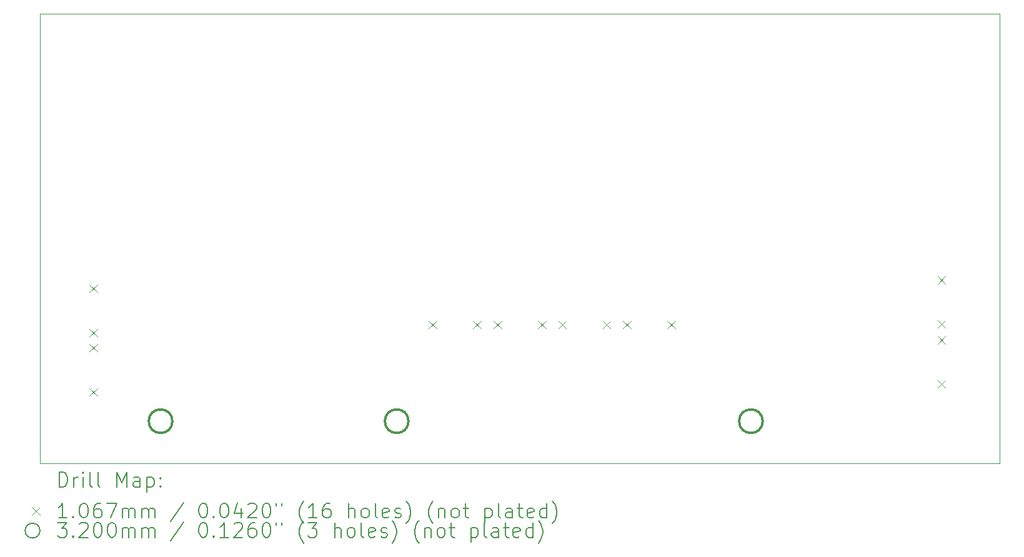
<source format=gbr>
%TF.GenerationSoftware,KiCad,Pcbnew,8.0.3*%
%TF.CreationDate,2025-06-04T14:18:51-07:00*%
%TF.ProjectId,Power_Distribution,506f7765-725f-4446-9973-747269627574,rev?*%
%TF.SameCoordinates,Original*%
%TF.FileFunction,Drillmap*%
%TF.FilePolarity,Positive*%
%FSLAX45Y45*%
G04 Gerber Fmt 4.5, Leading zero omitted, Abs format (unit mm)*
G04 Created by KiCad (PCBNEW 8.0.3) date 2025-06-04 14:18:51*
%MOMM*%
%LPD*%
G01*
G04 APERTURE LIST*
%ADD10C,0.100000*%
%ADD11C,0.200000*%
%ADD12C,0.106680*%
%ADD13C,0.320000*%
G04 APERTURE END LIST*
D10*
X8153640Y-5227320D02*
X21153640Y-5227320D01*
X21153640Y-11328920D01*
X8153640Y-11328920D01*
X8153640Y-5227320D01*
D11*
D12*
X8820660Y-8901660D02*
X8927340Y-9008340D01*
X8927340Y-8901660D02*
X8820660Y-9008340D01*
X8820660Y-9501660D02*
X8927340Y-9608340D01*
X8927340Y-9501660D02*
X8820660Y-9608340D01*
X8820660Y-9705660D02*
X8927340Y-9812340D01*
X8927340Y-9705660D02*
X8820660Y-9812340D01*
X8820660Y-10305660D02*
X8927340Y-10412340D01*
X8927340Y-10305660D02*
X8820660Y-10412340D01*
X13419980Y-9392660D02*
X13526660Y-9499340D01*
X13526660Y-9392660D02*
X13419980Y-9499340D01*
X14019980Y-9392660D02*
X14126660Y-9499340D01*
X14126660Y-9392660D02*
X14019980Y-9499340D01*
X14297540Y-9392660D02*
X14404220Y-9499340D01*
X14404220Y-9392660D02*
X14297540Y-9499340D01*
X14897540Y-9392660D02*
X15004220Y-9499340D01*
X15004220Y-9392660D02*
X14897540Y-9499340D01*
X15175100Y-9392660D02*
X15281780Y-9499340D01*
X15281780Y-9392660D02*
X15175100Y-9499340D01*
X15775100Y-9392660D02*
X15881780Y-9499340D01*
X15881780Y-9392660D02*
X15775100Y-9499340D01*
X16052660Y-9391660D02*
X16159340Y-9498340D01*
X16159340Y-9391660D02*
X16052660Y-9498340D01*
X16652660Y-9391660D02*
X16759340Y-9498340D01*
X16759340Y-9391660D02*
X16652660Y-9498340D01*
X20314660Y-8784660D02*
X20421340Y-8891340D01*
X20421340Y-8784660D02*
X20314660Y-8891340D01*
X20314660Y-9384660D02*
X20421340Y-9491340D01*
X20421340Y-9384660D02*
X20314660Y-9491340D01*
X20314660Y-9597660D02*
X20421340Y-9704340D01*
X20421340Y-9597660D02*
X20314660Y-9704340D01*
X20314660Y-10197660D02*
X20421340Y-10304340D01*
X20421340Y-10197660D02*
X20314660Y-10304340D01*
D13*
X9944000Y-10754000D02*
G75*
G02*
X9624000Y-10754000I-160000J0D01*
G01*
X9624000Y-10754000D02*
G75*
G02*
X9944000Y-10754000I160000J0D01*
G01*
X13144000Y-10754000D02*
G75*
G02*
X12824000Y-10754000I-160000J0D01*
G01*
X12824000Y-10754000D02*
G75*
G02*
X13144000Y-10754000I160000J0D01*
G01*
X17944000Y-10754000D02*
G75*
G02*
X17624000Y-10754000I-160000J0D01*
G01*
X17624000Y-10754000D02*
G75*
G02*
X17944000Y-10754000I160000J0D01*
G01*
D11*
X8409417Y-11645404D02*
X8409417Y-11445404D01*
X8409417Y-11445404D02*
X8457036Y-11445404D01*
X8457036Y-11445404D02*
X8485607Y-11454928D01*
X8485607Y-11454928D02*
X8504655Y-11473975D01*
X8504655Y-11473975D02*
X8514179Y-11493023D01*
X8514179Y-11493023D02*
X8523703Y-11531118D01*
X8523703Y-11531118D02*
X8523703Y-11559689D01*
X8523703Y-11559689D02*
X8514179Y-11597785D01*
X8514179Y-11597785D02*
X8504655Y-11616832D01*
X8504655Y-11616832D02*
X8485607Y-11635880D01*
X8485607Y-11635880D02*
X8457036Y-11645404D01*
X8457036Y-11645404D02*
X8409417Y-11645404D01*
X8609417Y-11645404D02*
X8609417Y-11512070D01*
X8609417Y-11550166D02*
X8618941Y-11531118D01*
X8618941Y-11531118D02*
X8628464Y-11521594D01*
X8628464Y-11521594D02*
X8647512Y-11512070D01*
X8647512Y-11512070D02*
X8666560Y-11512070D01*
X8733226Y-11645404D02*
X8733226Y-11512070D01*
X8733226Y-11445404D02*
X8723703Y-11454928D01*
X8723703Y-11454928D02*
X8733226Y-11464451D01*
X8733226Y-11464451D02*
X8742750Y-11454928D01*
X8742750Y-11454928D02*
X8733226Y-11445404D01*
X8733226Y-11445404D02*
X8733226Y-11464451D01*
X8857036Y-11645404D02*
X8837988Y-11635880D01*
X8837988Y-11635880D02*
X8828464Y-11616832D01*
X8828464Y-11616832D02*
X8828464Y-11445404D01*
X8961798Y-11645404D02*
X8942750Y-11635880D01*
X8942750Y-11635880D02*
X8933226Y-11616832D01*
X8933226Y-11616832D02*
X8933226Y-11445404D01*
X9190369Y-11645404D02*
X9190369Y-11445404D01*
X9190369Y-11445404D02*
X9257036Y-11588261D01*
X9257036Y-11588261D02*
X9323703Y-11445404D01*
X9323703Y-11445404D02*
X9323703Y-11645404D01*
X9504655Y-11645404D02*
X9504655Y-11540642D01*
X9504655Y-11540642D02*
X9495131Y-11521594D01*
X9495131Y-11521594D02*
X9476084Y-11512070D01*
X9476084Y-11512070D02*
X9437988Y-11512070D01*
X9437988Y-11512070D02*
X9418941Y-11521594D01*
X9504655Y-11635880D02*
X9485607Y-11645404D01*
X9485607Y-11645404D02*
X9437988Y-11645404D01*
X9437988Y-11645404D02*
X9418941Y-11635880D01*
X9418941Y-11635880D02*
X9409417Y-11616832D01*
X9409417Y-11616832D02*
X9409417Y-11597785D01*
X9409417Y-11597785D02*
X9418941Y-11578737D01*
X9418941Y-11578737D02*
X9437988Y-11569213D01*
X9437988Y-11569213D02*
X9485607Y-11569213D01*
X9485607Y-11569213D02*
X9504655Y-11559689D01*
X9599893Y-11512070D02*
X9599893Y-11712070D01*
X9599893Y-11521594D02*
X9618941Y-11512070D01*
X9618941Y-11512070D02*
X9657036Y-11512070D01*
X9657036Y-11512070D02*
X9676084Y-11521594D01*
X9676084Y-11521594D02*
X9685607Y-11531118D01*
X9685607Y-11531118D02*
X9695131Y-11550166D01*
X9695131Y-11550166D02*
X9695131Y-11607308D01*
X9695131Y-11607308D02*
X9685607Y-11626356D01*
X9685607Y-11626356D02*
X9676084Y-11635880D01*
X9676084Y-11635880D02*
X9657036Y-11645404D01*
X9657036Y-11645404D02*
X9618941Y-11645404D01*
X9618941Y-11645404D02*
X9599893Y-11635880D01*
X9780845Y-11626356D02*
X9790369Y-11635880D01*
X9790369Y-11635880D02*
X9780845Y-11645404D01*
X9780845Y-11645404D02*
X9771322Y-11635880D01*
X9771322Y-11635880D02*
X9780845Y-11626356D01*
X9780845Y-11626356D02*
X9780845Y-11645404D01*
X9780845Y-11521594D02*
X9790369Y-11531118D01*
X9790369Y-11531118D02*
X9780845Y-11540642D01*
X9780845Y-11540642D02*
X9771322Y-11531118D01*
X9771322Y-11531118D02*
X9780845Y-11521594D01*
X9780845Y-11521594D02*
X9780845Y-11540642D01*
D12*
X8041960Y-11920580D02*
X8148640Y-12027260D01*
X8148640Y-11920580D02*
X8041960Y-12027260D01*
D11*
X8514179Y-12065404D02*
X8399893Y-12065404D01*
X8457036Y-12065404D02*
X8457036Y-11865404D01*
X8457036Y-11865404D02*
X8437988Y-11893975D01*
X8437988Y-11893975D02*
X8418941Y-11913023D01*
X8418941Y-11913023D02*
X8399893Y-11922547D01*
X8599893Y-12046356D02*
X8609417Y-12055880D01*
X8609417Y-12055880D02*
X8599893Y-12065404D01*
X8599893Y-12065404D02*
X8590369Y-12055880D01*
X8590369Y-12055880D02*
X8599893Y-12046356D01*
X8599893Y-12046356D02*
X8599893Y-12065404D01*
X8733226Y-11865404D02*
X8752274Y-11865404D01*
X8752274Y-11865404D02*
X8771322Y-11874928D01*
X8771322Y-11874928D02*
X8780845Y-11884451D01*
X8780845Y-11884451D02*
X8790369Y-11903499D01*
X8790369Y-11903499D02*
X8799893Y-11941594D01*
X8799893Y-11941594D02*
X8799893Y-11989213D01*
X8799893Y-11989213D02*
X8790369Y-12027308D01*
X8790369Y-12027308D02*
X8780845Y-12046356D01*
X8780845Y-12046356D02*
X8771322Y-12055880D01*
X8771322Y-12055880D02*
X8752274Y-12065404D01*
X8752274Y-12065404D02*
X8733226Y-12065404D01*
X8733226Y-12065404D02*
X8714179Y-12055880D01*
X8714179Y-12055880D02*
X8704655Y-12046356D01*
X8704655Y-12046356D02*
X8695131Y-12027308D01*
X8695131Y-12027308D02*
X8685607Y-11989213D01*
X8685607Y-11989213D02*
X8685607Y-11941594D01*
X8685607Y-11941594D02*
X8695131Y-11903499D01*
X8695131Y-11903499D02*
X8704655Y-11884451D01*
X8704655Y-11884451D02*
X8714179Y-11874928D01*
X8714179Y-11874928D02*
X8733226Y-11865404D01*
X8971322Y-11865404D02*
X8933226Y-11865404D01*
X8933226Y-11865404D02*
X8914179Y-11874928D01*
X8914179Y-11874928D02*
X8904655Y-11884451D01*
X8904655Y-11884451D02*
X8885607Y-11913023D01*
X8885607Y-11913023D02*
X8876084Y-11951118D01*
X8876084Y-11951118D02*
X8876084Y-12027308D01*
X8876084Y-12027308D02*
X8885607Y-12046356D01*
X8885607Y-12046356D02*
X8895131Y-12055880D01*
X8895131Y-12055880D02*
X8914179Y-12065404D01*
X8914179Y-12065404D02*
X8952274Y-12065404D01*
X8952274Y-12065404D02*
X8971322Y-12055880D01*
X8971322Y-12055880D02*
X8980845Y-12046356D01*
X8980845Y-12046356D02*
X8990369Y-12027308D01*
X8990369Y-12027308D02*
X8990369Y-11979689D01*
X8990369Y-11979689D02*
X8980845Y-11960642D01*
X8980845Y-11960642D02*
X8971322Y-11951118D01*
X8971322Y-11951118D02*
X8952274Y-11941594D01*
X8952274Y-11941594D02*
X8914179Y-11941594D01*
X8914179Y-11941594D02*
X8895131Y-11951118D01*
X8895131Y-11951118D02*
X8885607Y-11960642D01*
X8885607Y-11960642D02*
X8876084Y-11979689D01*
X9057036Y-11865404D02*
X9190369Y-11865404D01*
X9190369Y-11865404D02*
X9104655Y-12065404D01*
X9266560Y-12065404D02*
X9266560Y-11932070D01*
X9266560Y-11951118D02*
X9276084Y-11941594D01*
X9276084Y-11941594D02*
X9295131Y-11932070D01*
X9295131Y-11932070D02*
X9323703Y-11932070D01*
X9323703Y-11932070D02*
X9342750Y-11941594D01*
X9342750Y-11941594D02*
X9352274Y-11960642D01*
X9352274Y-11960642D02*
X9352274Y-12065404D01*
X9352274Y-11960642D02*
X9361798Y-11941594D01*
X9361798Y-11941594D02*
X9380845Y-11932070D01*
X9380845Y-11932070D02*
X9409417Y-11932070D01*
X9409417Y-11932070D02*
X9428465Y-11941594D01*
X9428465Y-11941594D02*
X9437988Y-11960642D01*
X9437988Y-11960642D02*
X9437988Y-12065404D01*
X9533226Y-12065404D02*
X9533226Y-11932070D01*
X9533226Y-11951118D02*
X9542750Y-11941594D01*
X9542750Y-11941594D02*
X9561798Y-11932070D01*
X9561798Y-11932070D02*
X9590369Y-11932070D01*
X9590369Y-11932070D02*
X9609417Y-11941594D01*
X9609417Y-11941594D02*
X9618941Y-11960642D01*
X9618941Y-11960642D02*
X9618941Y-12065404D01*
X9618941Y-11960642D02*
X9628465Y-11941594D01*
X9628465Y-11941594D02*
X9647512Y-11932070D01*
X9647512Y-11932070D02*
X9676084Y-11932070D01*
X9676084Y-11932070D02*
X9695131Y-11941594D01*
X9695131Y-11941594D02*
X9704655Y-11960642D01*
X9704655Y-11960642D02*
X9704655Y-12065404D01*
X10095131Y-11855880D02*
X9923703Y-12113023D01*
X10352274Y-11865404D02*
X10371322Y-11865404D01*
X10371322Y-11865404D02*
X10390369Y-11874928D01*
X10390369Y-11874928D02*
X10399893Y-11884451D01*
X10399893Y-11884451D02*
X10409417Y-11903499D01*
X10409417Y-11903499D02*
X10418941Y-11941594D01*
X10418941Y-11941594D02*
X10418941Y-11989213D01*
X10418941Y-11989213D02*
X10409417Y-12027308D01*
X10409417Y-12027308D02*
X10399893Y-12046356D01*
X10399893Y-12046356D02*
X10390369Y-12055880D01*
X10390369Y-12055880D02*
X10371322Y-12065404D01*
X10371322Y-12065404D02*
X10352274Y-12065404D01*
X10352274Y-12065404D02*
X10333227Y-12055880D01*
X10333227Y-12055880D02*
X10323703Y-12046356D01*
X10323703Y-12046356D02*
X10314179Y-12027308D01*
X10314179Y-12027308D02*
X10304655Y-11989213D01*
X10304655Y-11989213D02*
X10304655Y-11941594D01*
X10304655Y-11941594D02*
X10314179Y-11903499D01*
X10314179Y-11903499D02*
X10323703Y-11884451D01*
X10323703Y-11884451D02*
X10333227Y-11874928D01*
X10333227Y-11874928D02*
X10352274Y-11865404D01*
X10504655Y-12046356D02*
X10514179Y-12055880D01*
X10514179Y-12055880D02*
X10504655Y-12065404D01*
X10504655Y-12065404D02*
X10495131Y-12055880D01*
X10495131Y-12055880D02*
X10504655Y-12046356D01*
X10504655Y-12046356D02*
X10504655Y-12065404D01*
X10637988Y-11865404D02*
X10657036Y-11865404D01*
X10657036Y-11865404D02*
X10676084Y-11874928D01*
X10676084Y-11874928D02*
X10685608Y-11884451D01*
X10685608Y-11884451D02*
X10695131Y-11903499D01*
X10695131Y-11903499D02*
X10704655Y-11941594D01*
X10704655Y-11941594D02*
X10704655Y-11989213D01*
X10704655Y-11989213D02*
X10695131Y-12027308D01*
X10695131Y-12027308D02*
X10685608Y-12046356D01*
X10685608Y-12046356D02*
X10676084Y-12055880D01*
X10676084Y-12055880D02*
X10657036Y-12065404D01*
X10657036Y-12065404D02*
X10637988Y-12065404D01*
X10637988Y-12065404D02*
X10618941Y-12055880D01*
X10618941Y-12055880D02*
X10609417Y-12046356D01*
X10609417Y-12046356D02*
X10599893Y-12027308D01*
X10599893Y-12027308D02*
X10590369Y-11989213D01*
X10590369Y-11989213D02*
X10590369Y-11941594D01*
X10590369Y-11941594D02*
X10599893Y-11903499D01*
X10599893Y-11903499D02*
X10609417Y-11884451D01*
X10609417Y-11884451D02*
X10618941Y-11874928D01*
X10618941Y-11874928D02*
X10637988Y-11865404D01*
X10876084Y-11932070D02*
X10876084Y-12065404D01*
X10828465Y-11855880D02*
X10780846Y-11998737D01*
X10780846Y-11998737D02*
X10904655Y-11998737D01*
X10971322Y-11884451D02*
X10980846Y-11874928D01*
X10980846Y-11874928D02*
X10999893Y-11865404D01*
X10999893Y-11865404D02*
X11047512Y-11865404D01*
X11047512Y-11865404D02*
X11066560Y-11874928D01*
X11066560Y-11874928D02*
X11076084Y-11884451D01*
X11076084Y-11884451D02*
X11085608Y-11903499D01*
X11085608Y-11903499D02*
X11085608Y-11922547D01*
X11085608Y-11922547D02*
X11076084Y-11951118D01*
X11076084Y-11951118D02*
X10961798Y-12065404D01*
X10961798Y-12065404D02*
X11085608Y-12065404D01*
X11209417Y-11865404D02*
X11228465Y-11865404D01*
X11228465Y-11865404D02*
X11247512Y-11874928D01*
X11247512Y-11874928D02*
X11257036Y-11884451D01*
X11257036Y-11884451D02*
X11266560Y-11903499D01*
X11266560Y-11903499D02*
X11276084Y-11941594D01*
X11276084Y-11941594D02*
X11276084Y-11989213D01*
X11276084Y-11989213D02*
X11266560Y-12027308D01*
X11266560Y-12027308D02*
X11257036Y-12046356D01*
X11257036Y-12046356D02*
X11247512Y-12055880D01*
X11247512Y-12055880D02*
X11228465Y-12065404D01*
X11228465Y-12065404D02*
X11209417Y-12065404D01*
X11209417Y-12065404D02*
X11190369Y-12055880D01*
X11190369Y-12055880D02*
X11180846Y-12046356D01*
X11180846Y-12046356D02*
X11171322Y-12027308D01*
X11171322Y-12027308D02*
X11161798Y-11989213D01*
X11161798Y-11989213D02*
X11161798Y-11941594D01*
X11161798Y-11941594D02*
X11171322Y-11903499D01*
X11171322Y-11903499D02*
X11180846Y-11884451D01*
X11180846Y-11884451D02*
X11190369Y-11874928D01*
X11190369Y-11874928D02*
X11209417Y-11865404D01*
X11352274Y-11865404D02*
X11352274Y-11903499D01*
X11428465Y-11865404D02*
X11428465Y-11903499D01*
X11723703Y-12141594D02*
X11714179Y-12132070D01*
X11714179Y-12132070D02*
X11695131Y-12103499D01*
X11695131Y-12103499D02*
X11685608Y-12084451D01*
X11685608Y-12084451D02*
X11676084Y-12055880D01*
X11676084Y-12055880D02*
X11666560Y-12008261D01*
X11666560Y-12008261D02*
X11666560Y-11970166D01*
X11666560Y-11970166D02*
X11676084Y-11922547D01*
X11676084Y-11922547D02*
X11685608Y-11893975D01*
X11685608Y-11893975D02*
X11695131Y-11874928D01*
X11695131Y-11874928D02*
X11714179Y-11846356D01*
X11714179Y-11846356D02*
X11723703Y-11836832D01*
X11904655Y-12065404D02*
X11790369Y-12065404D01*
X11847512Y-12065404D02*
X11847512Y-11865404D01*
X11847512Y-11865404D02*
X11828465Y-11893975D01*
X11828465Y-11893975D02*
X11809417Y-11913023D01*
X11809417Y-11913023D02*
X11790369Y-11922547D01*
X12076084Y-11865404D02*
X12037988Y-11865404D01*
X12037988Y-11865404D02*
X12018941Y-11874928D01*
X12018941Y-11874928D02*
X12009417Y-11884451D01*
X12009417Y-11884451D02*
X11990369Y-11913023D01*
X11990369Y-11913023D02*
X11980846Y-11951118D01*
X11980846Y-11951118D02*
X11980846Y-12027308D01*
X11980846Y-12027308D02*
X11990369Y-12046356D01*
X11990369Y-12046356D02*
X11999893Y-12055880D01*
X11999893Y-12055880D02*
X12018941Y-12065404D01*
X12018941Y-12065404D02*
X12057036Y-12065404D01*
X12057036Y-12065404D02*
X12076084Y-12055880D01*
X12076084Y-12055880D02*
X12085608Y-12046356D01*
X12085608Y-12046356D02*
X12095131Y-12027308D01*
X12095131Y-12027308D02*
X12095131Y-11979689D01*
X12095131Y-11979689D02*
X12085608Y-11960642D01*
X12085608Y-11960642D02*
X12076084Y-11951118D01*
X12076084Y-11951118D02*
X12057036Y-11941594D01*
X12057036Y-11941594D02*
X12018941Y-11941594D01*
X12018941Y-11941594D02*
X11999893Y-11951118D01*
X11999893Y-11951118D02*
X11990369Y-11960642D01*
X11990369Y-11960642D02*
X11980846Y-11979689D01*
X12333227Y-12065404D02*
X12333227Y-11865404D01*
X12418941Y-12065404D02*
X12418941Y-11960642D01*
X12418941Y-11960642D02*
X12409417Y-11941594D01*
X12409417Y-11941594D02*
X12390370Y-11932070D01*
X12390370Y-11932070D02*
X12361798Y-11932070D01*
X12361798Y-11932070D02*
X12342750Y-11941594D01*
X12342750Y-11941594D02*
X12333227Y-11951118D01*
X12542750Y-12065404D02*
X12523703Y-12055880D01*
X12523703Y-12055880D02*
X12514179Y-12046356D01*
X12514179Y-12046356D02*
X12504655Y-12027308D01*
X12504655Y-12027308D02*
X12504655Y-11970166D01*
X12504655Y-11970166D02*
X12514179Y-11951118D01*
X12514179Y-11951118D02*
X12523703Y-11941594D01*
X12523703Y-11941594D02*
X12542750Y-11932070D01*
X12542750Y-11932070D02*
X12571322Y-11932070D01*
X12571322Y-11932070D02*
X12590370Y-11941594D01*
X12590370Y-11941594D02*
X12599893Y-11951118D01*
X12599893Y-11951118D02*
X12609417Y-11970166D01*
X12609417Y-11970166D02*
X12609417Y-12027308D01*
X12609417Y-12027308D02*
X12599893Y-12046356D01*
X12599893Y-12046356D02*
X12590370Y-12055880D01*
X12590370Y-12055880D02*
X12571322Y-12065404D01*
X12571322Y-12065404D02*
X12542750Y-12065404D01*
X12723703Y-12065404D02*
X12704655Y-12055880D01*
X12704655Y-12055880D02*
X12695131Y-12036832D01*
X12695131Y-12036832D02*
X12695131Y-11865404D01*
X12876084Y-12055880D02*
X12857036Y-12065404D01*
X12857036Y-12065404D02*
X12818941Y-12065404D01*
X12818941Y-12065404D02*
X12799893Y-12055880D01*
X12799893Y-12055880D02*
X12790370Y-12036832D01*
X12790370Y-12036832D02*
X12790370Y-11960642D01*
X12790370Y-11960642D02*
X12799893Y-11941594D01*
X12799893Y-11941594D02*
X12818941Y-11932070D01*
X12818941Y-11932070D02*
X12857036Y-11932070D01*
X12857036Y-11932070D02*
X12876084Y-11941594D01*
X12876084Y-11941594D02*
X12885608Y-11960642D01*
X12885608Y-11960642D02*
X12885608Y-11979689D01*
X12885608Y-11979689D02*
X12790370Y-11998737D01*
X12961798Y-12055880D02*
X12980846Y-12065404D01*
X12980846Y-12065404D02*
X13018941Y-12065404D01*
X13018941Y-12065404D02*
X13037989Y-12055880D01*
X13037989Y-12055880D02*
X13047512Y-12036832D01*
X13047512Y-12036832D02*
X13047512Y-12027308D01*
X13047512Y-12027308D02*
X13037989Y-12008261D01*
X13037989Y-12008261D02*
X13018941Y-11998737D01*
X13018941Y-11998737D02*
X12990370Y-11998737D01*
X12990370Y-11998737D02*
X12971322Y-11989213D01*
X12971322Y-11989213D02*
X12961798Y-11970166D01*
X12961798Y-11970166D02*
X12961798Y-11960642D01*
X12961798Y-11960642D02*
X12971322Y-11941594D01*
X12971322Y-11941594D02*
X12990370Y-11932070D01*
X12990370Y-11932070D02*
X13018941Y-11932070D01*
X13018941Y-11932070D02*
X13037989Y-11941594D01*
X13114179Y-12141594D02*
X13123703Y-12132070D01*
X13123703Y-12132070D02*
X13142751Y-12103499D01*
X13142751Y-12103499D02*
X13152274Y-12084451D01*
X13152274Y-12084451D02*
X13161798Y-12055880D01*
X13161798Y-12055880D02*
X13171322Y-12008261D01*
X13171322Y-12008261D02*
X13171322Y-11970166D01*
X13171322Y-11970166D02*
X13161798Y-11922547D01*
X13161798Y-11922547D02*
X13152274Y-11893975D01*
X13152274Y-11893975D02*
X13142751Y-11874928D01*
X13142751Y-11874928D02*
X13123703Y-11846356D01*
X13123703Y-11846356D02*
X13114179Y-11836832D01*
X13476084Y-12141594D02*
X13466560Y-12132070D01*
X13466560Y-12132070D02*
X13447512Y-12103499D01*
X13447512Y-12103499D02*
X13437989Y-12084451D01*
X13437989Y-12084451D02*
X13428465Y-12055880D01*
X13428465Y-12055880D02*
X13418941Y-12008261D01*
X13418941Y-12008261D02*
X13418941Y-11970166D01*
X13418941Y-11970166D02*
X13428465Y-11922547D01*
X13428465Y-11922547D02*
X13437989Y-11893975D01*
X13437989Y-11893975D02*
X13447512Y-11874928D01*
X13447512Y-11874928D02*
X13466560Y-11846356D01*
X13466560Y-11846356D02*
X13476084Y-11836832D01*
X13552274Y-11932070D02*
X13552274Y-12065404D01*
X13552274Y-11951118D02*
X13561798Y-11941594D01*
X13561798Y-11941594D02*
X13580846Y-11932070D01*
X13580846Y-11932070D02*
X13609417Y-11932070D01*
X13609417Y-11932070D02*
X13628465Y-11941594D01*
X13628465Y-11941594D02*
X13637989Y-11960642D01*
X13637989Y-11960642D02*
X13637989Y-12065404D01*
X13761798Y-12065404D02*
X13742751Y-12055880D01*
X13742751Y-12055880D02*
X13733227Y-12046356D01*
X13733227Y-12046356D02*
X13723703Y-12027308D01*
X13723703Y-12027308D02*
X13723703Y-11970166D01*
X13723703Y-11970166D02*
X13733227Y-11951118D01*
X13733227Y-11951118D02*
X13742751Y-11941594D01*
X13742751Y-11941594D02*
X13761798Y-11932070D01*
X13761798Y-11932070D02*
X13790370Y-11932070D01*
X13790370Y-11932070D02*
X13809417Y-11941594D01*
X13809417Y-11941594D02*
X13818941Y-11951118D01*
X13818941Y-11951118D02*
X13828465Y-11970166D01*
X13828465Y-11970166D02*
X13828465Y-12027308D01*
X13828465Y-12027308D02*
X13818941Y-12046356D01*
X13818941Y-12046356D02*
X13809417Y-12055880D01*
X13809417Y-12055880D02*
X13790370Y-12065404D01*
X13790370Y-12065404D02*
X13761798Y-12065404D01*
X13885608Y-11932070D02*
X13961798Y-11932070D01*
X13914179Y-11865404D02*
X13914179Y-12036832D01*
X13914179Y-12036832D02*
X13923703Y-12055880D01*
X13923703Y-12055880D02*
X13942751Y-12065404D01*
X13942751Y-12065404D02*
X13961798Y-12065404D01*
X14180846Y-11932070D02*
X14180846Y-12132070D01*
X14180846Y-11941594D02*
X14199893Y-11932070D01*
X14199893Y-11932070D02*
X14237989Y-11932070D01*
X14237989Y-11932070D02*
X14257036Y-11941594D01*
X14257036Y-11941594D02*
X14266560Y-11951118D01*
X14266560Y-11951118D02*
X14276084Y-11970166D01*
X14276084Y-11970166D02*
X14276084Y-12027308D01*
X14276084Y-12027308D02*
X14266560Y-12046356D01*
X14266560Y-12046356D02*
X14257036Y-12055880D01*
X14257036Y-12055880D02*
X14237989Y-12065404D01*
X14237989Y-12065404D02*
X14199893Y-12065404D01*
X14199893Y-12065404D02*
X14180846Y-12055880D01*
X14390370Y-12065404D02*
X14371322Y-12055880D01*
X14371322Y-12055880D02*
X14361798Y-12036832D01*
X14361798Y-12036832D02*
X14361798Y-11865404D01*
X14552274Y-12065404D02*
X14552274Y-11960642D01*
X14552274Y-11960642D02*
X14542751Y-11941594D01*
X14542751Y-11941594D02*
X14523703Y-11932070D01*
X14523703Y-11932070D02*
X14485608Y-11932070D01*
X14485608Y-11932070D02*
X14466560Y-11941594D01*
X14552274Y-12055880D02*
X14533227Y-12065404D01*
X14533227Y-12065404D02*
X14485608Y-12065404D01*
X14485608Y-12065404D02*
X14466560Y-12055880D01*
X14466560Y-12055880D02*
X14457036Y-12036832D01*
X14457036Y-12036832D02*
X14457036Y-12017785D01*
X14457036Y-12017785D02*
X14466560Y-11998737D01*
X14466560Y-11998737D02*
X14485608Y-11989213D01*
X14485608Y-11989213D02*
X14533227Y-11989213D01*
X14533227Y-11989213D02*
X14552274Y-11979689D01*
X14618941Y-11932070D02*
X14695132Y-11932070D01*
X14647513Y-11865404D02*
X14647513Y-12036832D01*
X14647513Y-12036832D02*
X14657036Y-12055880D01*
X14657036Y-12055880D02*
X14676084Y-12065404D01*
X14676084Y-12065404D02*
X14695132Y-12065404D01*
X14837989Y-12055880D02*
X14818941Y-12065404D01*
X14818941Y-12065404D02*
X14780846Y-12065404D01*
X14780846Y-12065404D02*
X14761798Y-12055880D01*
X14761798Y-12055880D02*
X14752274Y-12036832D01*
X14752274Y-12036832D02*
X14752274Y-11960642D01*
X14752274Y-11960642D02*
X14761798Y-11941594D01*
X14761798Y-11941594D02*
X14780846Y-11932070D01*
X14780846Y-11932070D02*
X14818941Y-11932070D01*
X14818941Y-11932070D02*
X14837989Y-11941594D01*
X14837989Y-11941594D02*
X14847513Y-11960642D01*
X14847513Y-11960642D02*
X14847513Y-11979689D01*
X14847513Y-11979689D02*
X14752274Y-11998737D01*
X15018941Y-12065404D02*
X15018941Y-11865404D01*
X15018941Y-12055880D02*
X14999894Y-12065404D01*
X14999894Y-12065404D02*
X14961798Y-12065404D01*
X14961798Y-12065404D02*
X14942751Y-12055880D01*
X14942751Y-12055880D02*
X14933227Y-12046356D01*
X14933227Y-12046356D02*
X14923703Y-12027308D01*
X14923703Y-12027308D02*
X14923703Y-11970166D01*
X14923703Y-11970166D02*
X14933227Y-11951118D01*
X14933227Y-11951118D02*
X14942751Y-11941594D01*
X14942751Y-11941594D02*
X14961798Y-11932070D01*
X14961798Y-11932070D02*
X14999894Y-11932070D01*
X14999894Y-11932070D02*
X15018941Y-11941594D01*
X15095132Y-12141594D02*
X15104655Y-12132070D01*
X15104655Y-12132070D02*
X15123703Y-12103499D01*
X15123703Y-12103499D02*
X15133227Y-12084451D01*
X15133227Y-12084451D02*
X15142751Y-12055880D01*
X15142751Y-12055880D02*
X15152274Y-12008261D01*
X15152274Y-12008261D02*
X15152274Y-11970166D01*
X15152274Y-11970166D02*
X15142751Y-11922547D01*
X15142751Y-11922547D02*
X15133227Y-11893975D01*
X15133227Y-11893975D02*
X15123703Y-11874928D01*
X15123703Y-11874928D02*
X15104655Y-11846356D01*
X15104655Y-11846356D02*
X15095132Y-11836832D01*
X8148640Y-12237920D02*
G75*
G02*
X7948640Y-12237920I-100000J0D01*
G01*
X7948640Y-12237920D02*
G75*
G02*
X8148640Y-12237920I100000J0D01*
G01*
X8390369Y-12129404D02*
X8514179Y-12129404D01*
X8514179Y-12129404D02*
X8447512Y-12205594D01*
X8447512Y-12205594D02*
X8476084Y-12205594D01*
X8476084Y-12205594D02*
X8495131Y-12215118D01*
X8495131Y-12215118D02*
X8504655Y-12224642D01*
X8504655Y-12224642D02*
X8514179Y-12243689D01*
X8514179Y-12243689D02*
X8514179Y-12291308D01*
X8514179Y-12291308D02*
X8504655Y-12310356D01*
X8504655Y-12310356D02*
X8495131Y-12319880D01*
X8495131Y-12319880D02*
X8476084Y-12329404D01*
X8476084Y-12329404D02*
X8418941Y-12329404D01*
X8418941Y-12329404D02*
X8399893Y-12319880D01*
X8399893Y-12319880D02*
X8390369Y-12310356D01*
X8599893Y-12310356D02*
X8609417Y-12319880D01*
X8609417Y-12319880D02*
X8599893Y-12329404D01*
X8599893Y-12329404D02*
X8590369Y-12319880D01*
X8590369Y-12319880D02*
X8599893Y-12310356D01*
X8599893Y-12310356D02*
X8599893Y-12329404D01*
X8685607Y-12148451D02*
X8695131Y-12138928D01*
X8695131Y-12138928D02*
X8714179Y-12129404D01*
X8714179Y-12129404D02*
X8761798Y-12129404D01*
X8761798Y-12129404D02*
X8780845Y-12138928D01*
X8780845Y-12138928D02*
X8790369Y-12148451D01*
X8790369Y-12148451D02*
X8799893Y-12167499D01*
X8799893Y-12167499D02*
X8799893Y-12186547D01*
X8799893Y-12186547D02*
X8790369Y-12215118D01*
X8790369Y-12215118D02*
X8676084Y-12329404D01*
X8676084Y-12329404D02*
X8799893Y-12329404D01*
X8923703Y-12129404D02*
X8942750Y-12129404D01*
X8942750Y-12129404D02*
X8961798Y-12138928D01*
X8961798Y-12138928D02*
X8971322Y-12148451D01*
X8971322Y-12148451D02*
X8980845Y-12167499D01*
X8980845Y-12167499D02*
X8990369Y-12205594D01*
X8990369Y-12205594D02*
X8990369Y-12253213D01*
X8990369Y-12253213D02*
X8980845Y-12291308D01*
X8980845Y-12291308D02*
X8971322Y-12310356D01*
X8971322Y-12310356D02*
X8961798Y-12319880D01*
X8961798Y-12319880D02*
X8942750Y-12329404D01*
X8942750Y-12329404D02*
X8923703Y-12329404D01*
X8923703Y-12329404D02*
X8904655Y-12319880D01*
X8904655Y-12319880D02*
X8895131Y-12310356D01*
X8895131Y-12310356D02*
X8885607Y-12291308D01*
X8885607Y-12291308D02*
X8876084Y-12253213D01*
X8876084Y-12253213D02*
X8876084Y-12205594D01*
X8876084Y-12205594D02*
X8885607Y-12167499D01*
X8885607Y-12167499D02*
X8895131Y-12148451D01*
X8895131Y-12148451D02*
X8904655Y-12138928D01*
X8904655Y-12138928D02*
X8923703Y-12129404D01*
X9114179Y-12129404D02*
X9133226Y-12129404D01*
X9133226Y-12129404D02*
X9152274Y-12138928D01*
X9152274Y-12138928D02*
X9161798Y-12148451D01*
X9161798Y-12148451D02*
X9171322Y-12167499D01*
X9171322Y-12167499D02*
X9180845Y-12205594D01*
X9180845Y-12205594D02*
X9180845Y-12253213D01*
X9180845Y-12253213D02*
X9171322Y-12291308D01*
X9171322Y-12291308D02*
X9161798Y-12310356D01*
X9161798Y-12310356D02*
X9152274Y-12319880D01*
X9152274Y-12319880D02*
X9133226Y-12329404D01*
X9133226Y-12329404D02*
X9114179Y-12329404D01*
X9114179Y-12329404D02*
X9095131Y-12319880D01*
X9095131Y-12319880D02*
X9085607Y-12310356D01*
X9085607Y-12310356D02*
X9076084Y-12291308D01*
X9076084Y-12291308D02*
X9066560Y-12253213D01*
X9066560Y-12253213D02*
X9066560Y-12205594D01*
X9066560Y-12205594D02*
X9076084Y-12167499D01*
X9076084Y-12167499D02*
X9085607Y-12148451D01*
X9085607Y-12148451D02*
X9095131Y-12138928D01*
X9095131Y-12138928D02*
X9114179Y-12129404D01*
X9266560Y-12329404D02*
X9266560Y-12196070D01*
X9266560Y-12215118D02*
X9276084Y-12205594D01*
X9276084Y-12205594D02*
X9295131Y-12196070D01*
X9295131Y-12196070D02*
X9323703Y-12196070D01*
X9323703Y-12196070D02*
X9342750Y-12205594D01*
X9342750Y-12205594D02*
X9352274Y-12224642D01*
X9352274Y-12224642D02*
X9352274Y-12329404D01*
X9352274Y-12224642D02*
X9361798Y-12205594D01*
X9361798Y-12205594D02*
X9380845Y-12196070D01*
X9380845Y-12196070D02*
X9409417Y-12196070D01*
X9409417Y-12196070D02*
X9428465Y-12205594D01*
X9428465Y-12205594D02*
X9437988Y-12224642D01*
X9437988Y-12224642D02*
X9437988Y-12329404D01*
X9533226Y-12329404D02*
X9533226Y-12196070D01*
X9533226Y-12215118D02*
X9542750Y-12205594D01*
X9542750Y-12205594D02*
X9561798Y-12196070D01*
X9561798Y-12196070D02*
X9590369Y-12196070D01*
X9590369Y-12196070D02*
X9609417Y-12205594D01*
X9609417Y-12205594D02*
X9618941Y-12224642D01*
X9618941Y-12224642D02*
X9618941Y-12329404D01*
X9618941Y-12224642D02*
X9628465Y-12205594D01*
X9628465Y-12205594D02*
X9647512Y-12196070D01*
X9647512Y-12196070D02*
X9676084Y-12196070D01*
X9676084Y-12196070D02*
X9695131Y-12205594D01*
X9695131Y-12205594D02*
X9704655Y-12224642D01*
X9704655Y-12224642D02*
X9704655Y-12329404D01*
X10095131Y-12119880D02*
X9923703Y-12377023D01*
X10352274Y-12129404D02*
X10371322Y-12129404D01*
X10371322Y-12129404D02*
X10390369Y-12138928D01*
X10390369Y-12138928D02*
X10399893Y-12148451D01*
X10399893Y-12148451D02*
X10409417Y-12167499D01*
X10409417Y-12167499D02*
X10418941Y-12205594D01*
X10418941Y-12205594D02*
X10418941Y-12253213D01*
X10418941Y-12253213D02*
X10409417Y-12291308D01*
X10409417Y-12291308D02*
X10399893Y-12310356D01*
X10399893Y-12310356D02*
X10390369Y-12319880D01*
X10390369Y-12319880D02*
X10371322Y-12329404D01*
X10371322Y-12329404D02*
X10352274Y-12329404D01*
X10352274Y-12329404D02*
X10333227Y-12319880D01*
X10333227Y-12319880D02*
X10323703Y-12310356D01*
X10323703Y-12310356D02*
X10314179Y-12291308D01*
X10314179Y-12291308D02*
X10304655Y-12253213D01*
X10304655Y-12253213D02*
X10304655Y-12205594D01*
X10304655Y-12205594D02*
X10314179Y-12167499D01*
X10314179Y-12167499D02*
X10323703Y-12148451D01*
X10323703Y-12148451D02*
X10333227Y-12138928D01*
X10333227Y-12138928D02*
X10352274Y-12129404D01*
X10504655Y-12310356D02*
X10514179Y-12319880D01*
X10514179Y-12319880D02*
X10504655Y-12329404D01*
X10504655Y-12329404D02*
X10495131Y-12319880D01*
X10495131Y-12319880D02*
X10504655Y-12310356D01*
X10504655Y-12310356D02*
X10504655Y-12329404D01*
X10704655Y-12329404D02*
X10590369Y-12329404D01*
X10647512Y-12329404D02*
X10647512Y-12129404D01*
X10647512Y-12129404D02*
X10628465Y-12157975D01*
X10628465Y-12157975D02*
X10609417Y-12177023D01*
X10609417Y-12177023D02*
X10590369Y-12186547D01*
X10780846Y-12148451D02*
X10790369Y-12138928D01*
X10790369Y-12138928D02*
X10809417Y-12129404D01*
X10809417Y-12129404D02*
X10857036Y-12129404D01*
X10857036Y-12129404D02*
X10876084Y-12138928D01*
X10876084Y-12138928D02*
X10885608Y-12148451D01*
X10885608Y-12148451D02*
X10895131Y-12167499D01*
X10895131Y-12167499D02*
X10895131Y-12186547D01*
X10895131Y-12186547D02*
X10885608Y-12215118D01*
X10885608Y-12215118D02*
X10771322Y-12329404D01*
X10771322Y-12329404D02*
X10895131Y-12329404D01*
X11066560Y-12129404D02*
X11028465Y-12129404D01*
X11028465Y-12129404D02*
X11009417Y-12138928D01*
X11009417Y-12138928D02*
X10999893Y-12148451D01*
X10999893Y-12148451D02*
X10980846Y-12177023D01*
X10980846Y-12177023D02*
X10971322Y-12215118D01*
X10971322Y-12215118D02*
X10971322Y-12291308D01*
X10971322Y-12291308D02*
X10980846Y-12310356D01*
X10980846Y-12310356D02*
X10990369Y-12319880D01*
X10990369Y-12319880D02*
X11009417Y-12329404D01*
X11009417Y-12329404D02*
X11047512Y-12329404D01*
X11047512Y-12329404D02*
X11066560Y-12319880D01*
X11066560Y-12319880D02*
X11076084Y-12310356D01*
X11076084Y-12310356D02*
X11085608Y-12291308D01*
X11085608Y-12291308D02*
X11085608Y-12243689D01*
X11085608Y-12243689D02*
X11076084Y-12224642D01*
X11076084Y-12224642D02*
X11066560Y-12215118D01*
X11066560Y-12215118D02*
X11047512Y-12205594D01*
X11047512Y-12205594D02*
X11009417Y-12205594D01*
X11009417Y-12205594D02*
X10990369Y-12215118D01*
X10990369Y-12215118D02*
X10980846Y-12224642D01*
X10980846Y-12224642D02*
X10971322Y-12243689D01*
X11209417Y-12129404D02*
X11228465Y-12129404D01*
X11228465Y-12129404D02*
X11247512Y-12138928D01*
X11247512Y-12138928D02*
X11257036Y-12148451D01*
X11257036Y-12148451D02*
X11266560Y-12167499D01*
X11266560Y-12167499D02*
X11276084Y-12205594D01*
X11276084Y-12205594D02*
X11276084Y-12253213D01*
X11276084Y-12253213D02*
X11266560Y-12291308D01*
X11266560Y-12291308D02*
X11257036Y-12310356D01*
X11257036Y-12310356D02*
X11247512Y-12319880D01*
X11247512Y-12319880D02*
X11228465Y-12329404D01*
X11228465Y-12329404D02*
X11209417Y-12329404D01*
X11209417Y-12329404D02*
X11190369Y-12319880D01*
X11190369Y-12319880D02*
X11180846Y-12310356D01*
X11180846Y-12310356D02*
X11171322Y-12291308D01*
X11171322Y-12291308D02*
X11161798Y-12253213D01*
X11161798Y-12253213D02*
X11161798Y-12205594D01*
X11161798Y-12205594D02*
X11171322Y-12167499D01*
X11171322Y-12167499D02*
X11180846Y-12148451D01*
X11180846Y-12148451D02*
X11190369Y-12138928D01*
X11190369Y-12138928D02*
X11209417Y-12129404D01*
X11352274Y-12129404D02*
X11352274Y-12167499D01*
X11428465Y-12129404D02*
X11428465Y-12167499D01*
X11723703Y-12405594D02*
X11714179Y-12396070D01*
X11714179Y-12396070D02*
X11695131Y-12367499D01*
X11695131Y-12367499D02*
X11685608Y-12348451D01*
X11685608Y-12348451D02*
X11676084Y-12319880D01*
X11676084Y-12319880D02*
X11666560Y-12272261D01*
X11666560Y-12272261D02*
X11666560Y-12234166D01*
X11666560Y-12234166D02*
X11676084Y-12186547D01*
X11676084Y-12186547D02*
X11685608Y-12157975D01*
X11685608Y-12157975D02*
X11695131Y-12138928D01*
X11695131Y-12138928D02*
X11714179Y-12110356D01*
X11714179Y-12110356D02*
X11723703Y-12100832D01*
X11780846Y-12129404D02*
X11904655Y-12129404D01*
X11904655Y-12129404D02*
X11837988Y-12205594D01*
X11837988Y-12205594D02*
X11866560Y-12205594D01*
X11866560Y-12205594D02*
X11885608Y-12215118D01*
X11885608Y-12215118D02*
X11895131Y-12224642D01*
X11895131Y-12224642D02*
X11904655Y-12243689D01*
X11904655Y-12243689D02*
X11904655Y-12291308D01*
X11904655Y-12291308D02*
X11895131Y-12310356D01*
X11895131Y-12310356D02*
X11885608Y-12319880D01*
X11885608Y-12319880D02*
X11866560Y-12329404D01*
X11866560Y-12329404D02*
X11809417Y-12329404D01*
X11809417Y-12329404D02*
X11790369Y-12319880D01*
X11790369Y-12319880D02*
X11780846Y-12310356D01*
X12142750Y-12329404D02*
X12142750Y-12129404D01*
X12228465Y-12329404D02*
X12228465Y-12224642D01*
X12228465Y-12224642D02*
X12218941Y-12205594D01*
X12218941Y-12205594D02*
X12199893Y-12196070D01*
X12199893Y-12196070D02*
X12171322Y-12196070D01*
X12171322Y-12196070D02*
X12152274Y-12205594D01*
X12152274Y-12205594D02*
X12142750Y-12215118D01*
X12352274Y-12329404D02*
X12333227Y-12319880D01*
X12333227Y-12319880D02*
X12323703Y-12310356D01*
X12323703Y-12310356D02*
X12314179Y-12291308D01*
X12314179Y-12291308D02*
X12314179Y-12234166D01*
X12314179Y-12234166D02*
X12323703Y-12215118D01*
X12323703Y-12215118D02*
X12333227Y-12205594D01*
X12333227Y-12205594D02*
X12352274Y-12196070D01*
X12352274Y-12196070D02*
X12380846Y-12196070D01*
X12380846Y-12196070D02*
X12399893Y-12205594D01*
X12399893Y-12205594D02*
X12409417Y-12215118D01*
X12409417Y-12215118D02*
X12418941Y-12234166D01*
X12418941Y-12234166D02*
X12418941Y-12291308D01*
X12418941Y-12291308D02*
X12409417Y-12310356D01*
X12409417Y-12310356D02*
X12399893Y-12319880D01*
X12399893Y-12319880D02*
X12380846Y-12329404D01*
X12380846Y-12329404D02*
X12352274Y-12329404D01*
X12533227Y-12329404D02*
X12514179Y-12319880D01*
X12514179Y-12319880D02*
X12504655Y-12300832D01*
X12504655Y-12300832D02*
X12504655Y-12129404D01*
X12685608Y-12319880D02*
X12666560Y-12329404D01*
X12666560Y-12329404D02*
X12628465Y-12329404D01*
X12628465Y-12329404D02*
X12609417Y-12319880D01*
X12609417Y-12319880D02*
X12599893Y-12300832D01*
X12599893Y-12300832D02*
X12599893Y-12224642D01*
X12599893Y-12224642D02*
X12609417Y-12205594D01*
X12609417Y-12205594D02*
X12628465Y-12196070D01*
X12628465Y-12196070D02*
X12666560Y-12196070D01*
X12666560Y-12196070D02*
X12685608Y-12205594D01*
X12685608Y-12205594D02*
X12695131Y-12224642D01*
X12695131Y-12224642D02*
X12695131Y-12243689D01*
X12695131Y-12243689D02*
X12599893Y-12262737D01*
X12771322Y-12319880D02*
X12790370Y-12329404D01*
X12790370Y-12329404D02*
X12828465Y-12329404D01*
X12828465Y-12329404D02*
X12847512Y-12319880D01*
X12847512Y-12319880D02*
X12857036Y-12300832D01*
X12857036Y-12300832D02*
X12857036Y-12291308D01*
X12857036Y-12291308D02*
X12847512Y-12272261D01*
X12847512Y-12272261D02*
X12828465Y-12262737D01*
X12828465Y-12262737D02*
X12799893Y-12262737D01*
X12799893Y-12262737D02*
X12780846Y-12253213D01*
X12780846Y-12253213D02*
X12771322Y-12234166D01*
X12771322Y-12234166D02*
X12771322Y-12224642D01*
X12771322Y-12224642D02*
X12780846Y-12205594D01*
X12780846Y-12205594D02*
X12799893Y-12196070D01*
X12799893Y-12196070D02*
X12828465Y-12196070D01*
X12828465Y-12196070D02*
X12847512Y-12205594D01*
X12923703Y-12405594D02*
X12933227Y-12396070D01*
X12933227Y-12396070D02*
X12952274Y-12367499D01*
X12952274Y-12367499D02*
X12961798Y-12348451D01*
X12961798Y-12348451D02*
X12971322Y-12319880D01*
X12971322Y-12319880D02*
X12980846Y-12272261D01*
X12980846Y-12272261D02*
X12980846Y-12234166D01*
X12980846Y-12234166D02*
X12971322Y-12186547D01*
X12971322Y-12186547D02*
X12961798Y-12157975D01*
X12961798Y-12157975D02*
X12952274Y-12138928D01*
X12952274Y-12138928D02*
X12933227Y-12110356D01*
X12933227Y-12110356D02*
X12923703Y-12100832D01*
X13285608Y-12405594D02*
X13276084Y-12396070D01*
X13276084Y-12396070D02*
X13257036Y-12367499D01*
X13257036Y-12367499D02*
X13247512Y-12348451D01*
X13247512Y-12348451D02*
X13237989Y-12319880D01*
X13237989Y-12319880D02*
X13228465Y-12272261D01*
X13228465Y-12272261D02*
X13228465Y-12234166D01*
X13228465Y-12234166D02*
X13237989Y-12186547D01*
X13237989Y-12186547D02*
X13247512Y-12157975D01*
X13247512Y-12157975D02*
X13257036Y-12138928D01*
X13257036Y-12138928D02*
X13276084Y-12110356D01*
X13276084Y-12110356D02*
X13285608Y-12100832D01*
X13361798Y-12196070D02*
X13361798Y-12329404D01*
X13361798Y-12215118D02*
X13371322Y-12205594D01*
X13371322Y-12205594D02*
X13390370Y-12196070D01*
X13390370Y-12196070D02*
X13418941Y-12196070D01*
X13418941Y-12196070D02*
X13437989Y-12205594D01*
X13437989Y-12205594D02*
X13447512Y-12224642D01*
X13447512Y-12224642D02*
X13447512Y-12329404D01*
X13571322Y-12329404D02*
X13552274Y-12319880D01*
X13552274Y-12319880D02*
X13542751Y-12310356D01*
X13542751Y-12310356D02*
X13533227Y-12291308D01*
X13533227Y-12291308D02*
X13533227Y-12234166D01*
X13533227Y-12234166D02*
X13542751Y-12215118D01*
X13542751Y-12215118D02*
X13552274Y-12205594D01*
X13552274Y-12205594D02*
X13571322Y-12196070D01*
X13571322Y-12196070D02*
X13599893Y-12196070D01*
X13599893Y-12196070D02*
X13618941Y-12205594D01*
X13618941Y-12205594D02*
X13628465Y-12215118D01*
X13628465Y-12215118D02*
X13637989Y-12234166D01*
X13637989Y-12234166D02*
X13637989Y-12291308D01*
X13637989Y-12291308D02*
X13628465Y-12310356D01*
X13628465Y-12310356D02*
X13618941Y-12319880D01*
X13618941Y-12319880D02*
X13599893Y-12329404D01*
X13599893Y-12329404D02*
X13571322Y-12329404D01*
X13695132Y-12196070D02*
X13771322Y-12196070D01*
X13723703Y-12129404D02*
X13723703Y-12300832D01*
X13723703Y-12300832D02*
X13733227Y-12319880D01*
X13733227Y-12319880D02*
X13752274Y-12329404D01*
X13752274Y-12329404D02*
X13771322Y-12329404D01*
X13990370Y-12196070D02*
X13990370Y-12396070D01*
X13990370Y-12205594D02*
X14009417Y-12196070D01*
X14009417Y-12196070D02*
X14047513Y-12196070D01*
X14047513Y-12196070D02*
X14066560Y-12205594D01*
X14066560Y-12205594D02*
X14076084Y-12215118D01*
X14076084Y-12215118D02*
X14085608Y-12234166D01*
X14085608Y-12234166D02*
X14085608Y-12291308D01*
X14085608Y-12291308D02*
X14076084Y-12310356D01*
X14076084Y-12310356D02*
X14066560Y-12319880D01*
X14066560Y-12319880D02*
X14047513Y-12329404D01*
X14047513Y-12329404D02*
X14009417Y-12329404D01*
X14009417Y-12329404D02*
X13990370Y-12319880D01*
X14199893Y-12329404D02*
X14180846Y-12319880D01*
X14180846Y-12319880D02*
X14171322Y-12300832D01*
X14171322Y-12300832D02*
X14171322Y-12129404D01*
X14361798Y-12329404D02*
X14361798Y-12224642D01*
X14361798Y-12224642D02*
X14352274Y-12205594D01*
X14352274Y-12205594D02*
X14333227Y-12196070D01*
X14333227Y-12196070D02*
X14295132Y-12196070D01*
X14295132Y-12196070D02*
X14276084Y-12205594D01*
X14361798Y-12319880D02*
X14342751Y-12329404D01*
X14342751Y-12329404D02*
X14295132Y-12329404D01*
X14295132Y-12329404D02*
X14276084Y-12319880D01*
X14276084Y-12319880D02*
X14266560Y-12300832D01*
X14266560Y-12300832D02*
X14266560Y-12281785D01*
X14266560Y-12281785D02*
X14276084Y-12262737D01*
X14276084Y-12262737D02*
X14295132Y-12253213D01*
X14295132Y-12253213D02*
X14342751Y-12253213D01*
X14342751Y-12253213D02*
X14361798Y-12243689D01*
X14428465Y-12196070D02*
X14504655Y-12196070D01*
X14457036Y-12129404D02*
X14457036Y-12300832D01*
X14457036Y-12300832D02*
X14466560Y-12319880D01*
X14466560Y-12319880D02*
X14485608Y-12329404D01*
X14485608Y-12329404D02*
X14504655Y-12329404D01*
X14647513Y-12319880D02*
X14628465Y-12329404D01*
X14628465Y-12329404D02*
X14590370Y-12329404D01*
X14590370Y-12329404D02*
X14571322Y-12319880D01*
X14571322Y-12319880D02*
X14561798Y-12300832D01*
X14561798Y-12300832D02*
X14561798Y-12224642D01*
X14561798Y-12224642D02*
X14571322Y-12205594D01*
X14571322Y-12205594D02*
X14590370Y-12196070D01*
X14590370Y-12196070D02*
X14628465Y-12196070D01*
X14628465Y-12196070D02*
X14647513Y-12205594D01*
X14647513Y-12205594D02*
X14657036Y-12224642D01*
X14657036Y-12224642D02*
X14657036Y-12243689D01*
X14657036Y-12243689D02*
X14561798Y-12262737D01*
X14828465Y-12329404D02*
X14828465Y-12129404D01*
X14828465Y-12319880D02*
X14809417Y-12329404D01*
X14809417Y-12329404D02*
X14771322Y-12329404D01*
X14771322Y-12329404D02*
X14752274Y-12319880D01*
X14752274Y-12319880D02*
X14742751Y-12310356D01*
X14742751Y-12310356D02*
X14733227Y-12291308D01*
X14733227Y-12291308D02*
X14733227Y-12234166D01*
X14733227Y-12234166D02*
X14742751Y-12215118D01*
X14742751Y-12215118D02*
X14752274Y-12205594D01*
X14752274Y-12205594D02*
X14771322Y-12196070D01*
X14771322Y-12196070D02*
X14809417Y-12196070D01*
X14809417Y-12196070D02*
X14828465Y-12205594D01*
X14904655Y-12405594D02*
X14914179Y-12396070D01*
X14914179Y-12396070D02*
X14933227Y-12367499D01*
X14933227Y-12367499D02*
X14942751Y-12348451D01*
X14942751Y-12348451D02*
X14952274Y-12319880D01*
X14952274Y-12319880D02*
X14961798Y-12272261D01*
X14961798Y-12272261D02*
X14961798Y-12234166D01*
X14961798Y-12234166D02*
X14952274Y-12186547D01*
X14952274Y-12186547D02*
X14942751Y-12157975D01*
X14942751Y-12157975D02*
X14933227Y-12138928D01*
X14933227Y-12138928D02*
X14914179Y-12110356D01*
X14914179Y-12110356D02*
X14904655Y-12100832D01*
M02*

</source>
